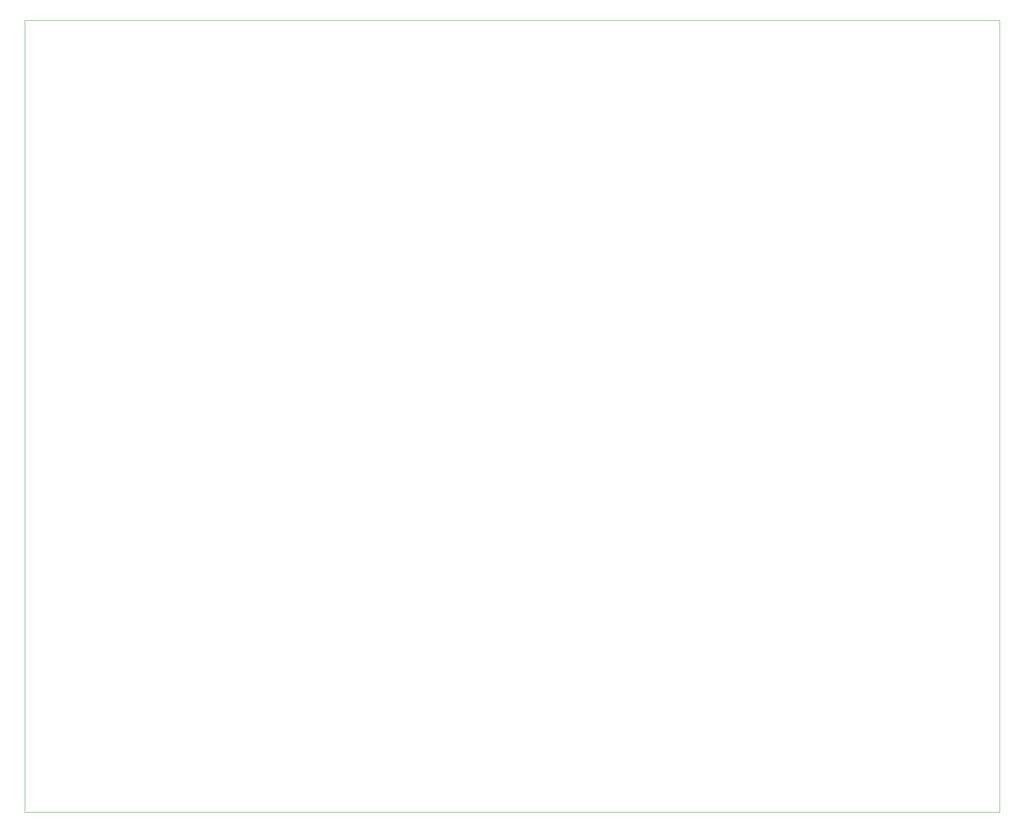
<source format=gbr>
%TF.GenerationSoftware,KiCad,Pcbnew,(5.1.6)-1*%
%TF.CreationDate,2021-04-27T14:52:06-04:00*%
%TF.ProjectId,TSI_Rev.5,5453495f-5265-4762-9e35-2e6b69636164,rev?*%
%TF.SameCoordinates,Original*%
%TF.FileFunction,Profile,NP*%
%FSLAX46Y46*%
G04 Gerber Fmt 4.6, Leading zero omitted, Abs format (unit mm)*
G04 Created by KiCad (PCBNEW (5.1.6)-1) date 2021-04-27 14:52:06*
%MOMM*%
%LPD*%
G01*
G04 APERTURE LIST*
%TA.AperFunction,Profile*%
%ADD10C,0.100000*%
%TD*%
G04 APERTURE END LIST*
D10*
X100177600Y-52857400D02*
X100177600Y-217957400D01*
X303377600Y-52857400D02*
X303377600Y-217957400D01*
X100177600Y-52857400D02*
X303377600Y-52857400D01*
X303377600Y-217957400D02*
X100177600Y-217957400D01*
M02*

</source>
